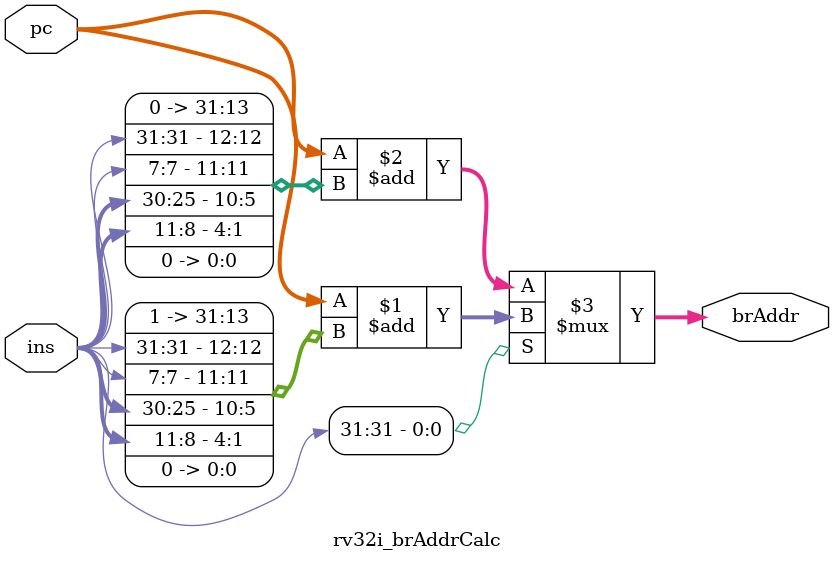
<source format=v>
module rv32i_brAddrCalc(ins, pc, brAddr);
input[31:0] ins, pc;
output[31:0] brAddr;

assign brAddr = (ins[31])?(pc + {19'h7FFFF, ins[31], ins[7], ins[30:25], ins[11:8], 1'b0}):(pc + {19'h00000, ins[31], ins[7], ins[30:25], ins[11:8], 1'b0});

endmodule

</source>
